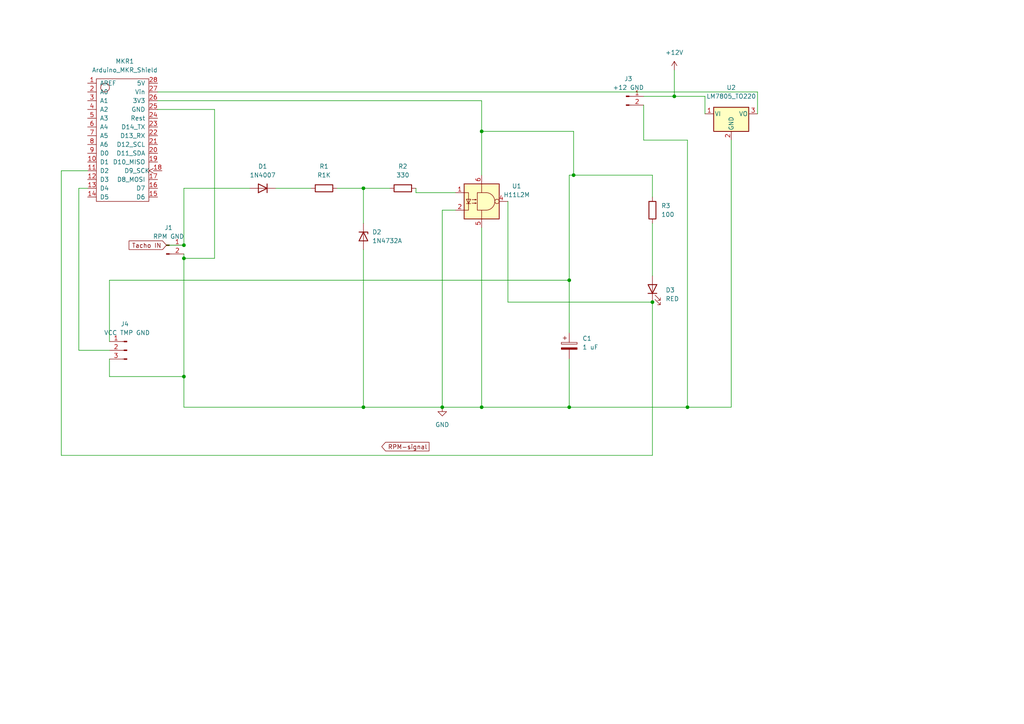
<source format=kicad_sch>
(kicad_sch (version 20211123) (generator eeschema)

  (uuid 9538e4ed-27e6-4c37-b989-9859dc0d49e8)

  (paper "A4")

  (lib_symbols
    (symbol "Arduino:Arduino_MKR_Shield" (pin_names (offset 1.016)) (in_bom yes) (on_board yes)
      (property "Reference" "MKR" (id 0) (at 5.08 0 0)
        (effects (font (size 1.27 1.27)))
      )
      (property "Value" "Arduino_MKR_Shield" (id 1) (at -7.62 0 0)
        (effects (font (size 1.27 1.27)))
      )
      (property "Footprint" "" (id 2) (at 0 0 0)
        (effects (font (size 1.27 1.27)) hide)
      )
      (property "Datasheet" "" (id 3) (at 0 0 0)
        (effects (font (size 1.27 1.27)) hide)
      )
      (symbol "Arduino_MKR_Shield_0_1"
        (rectangle (start -12.7 -2.54) (end 2.54 -38.1)
          (stroke (width 0) (type default) (color 0 0 0 0))
          (fill (type none))
        )
        (circle (center -10.16 -5.08) (radius 1.27)
          (stroke (width 0) (type default) (color 0 0 0 0))
          (fill (type none))
        )
      )
      (symbol "Arduino_MKR_Shield_1_1"
        (pin input line (at -15.24 -3.81 0) (length 2.54)
          (name "AREF" (effects (font (size 1.27 1.27))))
          (number "1" (effects (font (size 1.27 1.27))))
        )
        (pin bidirectional line (at -15.24 -26.67 0) (length 2.54)
          (name "D1" (effects (font (size 1.27 1.27))))
          (number "10" (effects (font (size 1.27 1.27))))
        )
        (pin bidirectional line (at -15.24 -29.21 0) (length 2.54)
          (name "D2" (effects (font (size 1.27 1.27))))
          (number "11" (effects (font (size 1.27 1.27))))
        )
        (pin bidirectional line (at -15.24 -31.75 0) (length 2.54)
          (name "D3" (effects (font (size 1.27 1.27))))
          (number "12" (effects (font (size 1.27 1.27))))
        )
        (pin bidirectional line (at -15.24 -34.29 0) (length 2.54)
          (name "D4" (effects (font (size 1.27 1.27))))
          (number "13" (effects (font (size 1.27 1.27))))
        )
        (pin bidirectional line (at -15.24 -36.83 0) (length 2.54)
          (name "D5" (effects (font (size 1.27 1.27))))
          (number "14" (effects (font (size 1.27 1.27))))
        )
        (pin bidirectional line (at 5.08 -36.83 180) (length 2.54)
          (name "D6" (effects (font (size 1.27 1.27))))
          (number "15" (effects (font (size 1.27 1.27))))
        )
        (pin bidirectional line (at 5.08 -34.29 180) (length 2.54)
          (name "D7" (effects (font (size 1.27 1.27))))
          (number "16" (effects (font (size 1.27 1.27))))
        )
        (pin bidirectional line (at 5.08 -31.75 180) (length 2.54)
          (name "D8_MOSI" (effects (font (size 1.27 1.27))))
          (number "17" (effects (font (size 1.27 1.27))))
        )
        (pin output clock (at 6.35 -29.21 180) (length 2.54)
          (name "D9_SCK" (effects (font (size 1.27 1.27))))
          (number "18" (effects (font (size 1.27 1.27))))
        )
        (pin bidirectional line (at 5.08 -26.67 180) (length 2.54)
          (name "D10_MISO" (effects (font (size 1.27 1.27))))
          (number "19" (effects (font (size 1.27 1.27))))
        )
        (pin input line (at -15.24 -6.35 0) (length 2.54)
          (name "A0" (effects (font (size 1.27 1.27))))
          (number "2" (effects (font (size 1.27 1.27))))
        )
        (pin bidirectional line (at 5.08 -24.13 180) (length 2.54)
          (name "D11_SDA" (effects (font (size 1.27 1.27))))
          (number "20" (effects (font (size 1.27 1.27))))
        )
        (pin bidirectional line (at 5.08 -21.59 180) (length 2.54)
          (name "D12_SCL" (effects (font (size 1.27 1.27))))
          (number "21" (effects (font (size 1.27 1.27))))
        )
        (pin bidirectional line (at 5.08 -19.05 180) (length 2.54)
          (name "D13_RX" (effects (font (size 1.27 1.27))))
          (number "22" (effects (font (size 1.27 1.27))))
        )
        (pin bidirectional line (at 5.08 -16.51 180) (length 2.54)
          (name "D14_TX" (effects (font (size 1.27 1.27))))
          (number "23" (effects (font (size 1.27 1.27))))
        )
        (pin input line (at 5.08 -13.97 180) (length 2.54)
          (name "Rest" (effects (font (size 1.27 1.27))))
          (number "24" (effects (font (size 1.27 1.27))))
        )
        (pin bidirectional line (at 5.08 -11.43 180) (length 2.54)
          (name "GND" (effects (font (size 1.27 1.27))))
          (number "25" (effects (font (size 1.27 1.27))))
        )
        (pin power_out line (at 5.08 -8.89 180) (length 2.54)
          (name "3V3" (effects (font (size 1.27 1.27))))
          (number "26" (effects (font (size 1.27 1.27))))
        )
        (pin power_in line (at 5.08 -6.35 180) (length 2.54)
          (name "Vin" (effects (font (size 1.27 1.27))))
          (number "27" (effects (font (size 1.27 1.27))))
        )
        (pin power_out line (at 5.08 -3.81 180) (length 2.54)
          (name "5V" (effects (font (size 1.27 1.27))))
          (number "28" (effects (font (size 1.27 1.27))))
        )
        (pin input line (at -15.24 -8.89 0) (length 2.54)
          (name "A1" (effects (font (size 1.27 1.27))))
          (number "3" (effects (font (size 1.27 1.27))))
        )
        (pin input line (at -15.24 -11.43 0) (length 2.54)
          (name "A2" (effects (font (size 1.27 1.27))))
          (number "4" (effects (font (size 1.27 1.27))))
        )
        (pin input line (at -15.24 -13.97 0) (length 2.54)
          (name "A3" (effects (font (size 1.27 1.27))))
          (number "5" (effects (font (size 1.27 1.27))))
        )
        (pin input line (at -15.24 -16.51 0) (length 2.54)
          (name "A4" (effects (font (size 1.27 1.27))))
          (number "6" (effects (font (size 1.27 1.27))))
        )
        (pin input line (at -15.24 -19.05 0) (length 2.54)
          (name "A5" (effects (font (size 1.27 1.27))))
          (number "7" (effects (font (size 1.27 1.27))))
        )
        (pin input line (at -15.24 -21.59 0) (length 2.54)
          (name "A6" (effects (font (size 1.27 1.27))))
          (number "8" (effects (font (size 1.27 1.27))))
        )
        (pin bidirectional line (at -15.24 -24.13 0) (length 2.54)
          (name "D0" (effects (font (size 1.27 1.27))))
          (number "9" (effects (font (size 1.27 1.27))))
        )
      )
    )
    (symbol "Connector:Conn_01x02_Male" (pin_names (offset 1.016) hide) (in_bom yes) (on_board yes)
      (property "Reference" "J" (id 0) (at 0 2.54 0)
        (effects (font (size 1.27 1.27)))
      )
      (property "Value" "Conn_01x02_Male" (id 1) (at 0 -5.08 0)
        (effects (font (size 1.27 1.27)))
      )
      (property "Footprint" "" (id 2) (at 0 0 0)
        (effects (font (size 1.27 1.27)) hide)
      )
      (property "Datasheet" "~" (id 3) (at 0 0 0)
        (effects (font (size 1.27 1.27)) hide)
      )
      (property "ki_keywords" "connector" (id 4) (at 0 0 0)
        (effects (font (size 1.27 1.27)) hide)
      )
      (property "ki_description" "Generic connector, single row, 01x02, script generated (kicad-library-utils/schlib/autogen/connector/)" (id 5) (at 0 0 0)
        (effects (font (size 1.27 1.27)) hide)
      )
      (property "ki_fp_filters" "Connector*:*_1x??_*" (id 6) (at 0 0 0)
        (effects (font (size 1.27 1.27)) hide)
      )
      (symbol "Conn_01x02_Male_1_1"
        (polyline
          (pts
            (xy 1.27 -2.54)
            (xy 0.8636 -2.54)
          )
          (stroke (width 0.1524) (type default) (color 0 0 0 0))
          (fill (type none))
        )
        (polyline
          (pts
            (xy 1.27 0)
            (xy 0.8636 0)
          )
          (stroke (width 0.1524) (type default) (color 0 0 0 0))
          (fill (type none))
        )
        (rectangle (start 0.8636 -2.413) (end 0 -2.667)
          (stroke (width 0.1524) (type default) (color 0 0 0 0))
          (fill (type outline))
        )
        (rectangle (start 0.8636 0.127) (end 0 -0.127)
          (stroke (width 0.1524) (type default) (color 0 0 0 0))
          (fill (type outline))
        )
        (pin passive line (at 5.08 0 180) (length 3.81)
          (name "Pin_1" (effects (font (size 1.27 1.27))))
          (number "1" (effects (font (size 1.27 1.27))))
        )
        (pin passive line (at 5.08 -2.54 180) (length 3.81)
          (name "Pin_2" (effects (font (size 1.27 1.27))))
          (number "2" (effects (font (size 1.27 1.27))))
        )
      )
    )
    (symbol "Connector:Conn_01x03_Male" (pin_names (offset 1.016) hide) (in_bom yes) (on_board yes)
      (property "Reference" "J" (id 0) (at 0 5.08 0)
        (effects (font (size 1.27 1.27)))
      )
      (property "Value" "Conn_01x03_Male" (id 1) (at 0 -5.08 0)
        (effects (font (size 1.27 1.27)))
      )
      (property "Footprint" "" (id 2) (at 0 0 0)
        (effects (font (size 1.27 1.27)) hide)
      )
      (property "Datasheet" "~" (id 3) (at 0 0 0)
        (effects (font (size 1.27 1.27)) hide)
      )
      (property "ki_keywords" "connector" (id 4) (at 0 0 0)
        (effects (font (size 1.27 1.27)) hide)
      )
      (property "ki_description" "Generic connector, single row, 01x03, script generated (kicad-library-utils/schlib/autogen/connector/)" (id 5) (at 0 0 0)
        (effects (font (size 1.27 1.27)) hide)
      )
      (property "ki_fp_filters" "Connector*:*_1x??_*" (id 6) (at 0 0 0)
        (effects (font (size 1.27 1.27)) hide)
      )
      (symbol "Conn_01x03_Male_1_1"
        (polyline
          (pts
            (xy 1.27 -2.54)
            (xy 0.8636 -2.54)
          )
          (stroke (width 0.1524) (type default) (color 0 0 0 0))
          (fill (type none))
        )
        (polyline
          (pts
            (xy 1.27 0)
            (xy 0.8636 0)
          )
          (stroke (width 0.1524) (type default) (color 0 0 0 0))
          (fill (type none))
        )
        (polyline
          (pts
            (xy 1.27 2.54)
            (xy 0.8636 2.54)
          )
          (stroke (width 0.1524) (type default) (color 0 0 0 0))
          (fill (type none))
        )
        (rectangle (start 0.8636 -2.413) (end 0 -2.667)
          (stroke (width 0.1524) (type default) (color 0 0 0 0))
          (fill (type outline))
        )
        (rectangle (start 0.8636 0.127) (end 0 -0.127)
          (stroke (width 0.1524) (type default) (color 0 0 0 0))
          (fill (type outline))
        )
        (rectangle (start 0.8636 2.667) (end 0 2.413)
          (stroke (width 0.1524) (type default) (color 0 0 0 0))
          (fill (type outline))
        )
        (pin passive line (at 5.08 2.54 180) (length 3.81)
          (name "Pin_1" (effects (font (size 1.27 1.27))))
          (number "1" (effects (font (size 1.27 1.27))))
        )
        (pin passive line (at 5.08 0 180) (length 3.81)
          (name "Pin_2" (effects (font (size 1.27 1.27))))
          (number "2" (effects (font (size 1.27 1.27))))
        )
        (pin passive line (at 5.08 -2.54 180) (length 3.81)
          (name "Pin_3" (effects (font (size 1.27 1.27))))
          (number "3" (effects (font (size 1.27 1.27))))
        )
      )
    )
    (symbol "Device:C_Polarized" (pin_numbers hide) (pin_names (offset 0.254)) (in_bom yes) (on_board yes)
      (property "Reference" "C" (id 0) (at 0.635 2.54 0)
        (effects (font (size 1.27 1.27)) (justify left))
      )
      (property "Value" "C_Polarized" (id 1) (at 0.635 -2.54 0)
        (effects (font (size 1.27 1.27)) (justify left))
      )
      (property "Footprint" "" (id 2) (at 0.9652 -3.81 0)
        (effects (font (size 1.27 1.27)) hide)
      )
      (property "Datasheet" "~" (id 3) (at 0 0 0)
        (effects (font (size 1.27 1.27)) hide)
      )
      (property "ki_keywords" "cap capacitor" (id 4) (at 0 0 0)
        (effects (font (size 1.27 1.27)) hide)
      )
      (property "ki_description" "Polarized capacitor" (id 5) (at 0 0 0)
        (effects (font (size 1.27 1.27)) hide)
      )
      (property "ki_fp_filters" "CP_*" (id 6) (at 0 0 0)
        (effects (font (size 1.27 1.27)) hide)
      )
      (symbol "C_Polarized_0_1"
        (rectangle (start -2.286 0.508) (end 2.286 1.016)
          (stroke (width 0) (type default) (color 0 0 0 0))
          (fill (type none))
        )
        (polyline
          (pts
            (xy -1.778 2.286)
            (xy -0.762 2.286)
          )
          (stroke (width 0) (type default) (color 0 0 0 0))
          (fill (type none))
        )
        (polyline
          (pts
            (xy -1.27 2.794)
            (xy -1.27 1.778)
          )
          (stroke (width 0) (type default) (color 0 0 0 0))
          (fill (type none))
        )
        (rectangle (start 2.286 -0.508) (end -2.286 -1.016)
          (stroke (width 0) (type default) (color 0 0 0 0))
          (fill (type outline))
        )
      )
      (symbol "C_Polarized_1_1"
        (pin passive line (at 0 3.81 270) (length 2.794)
          (name "~" (effects (font (size 1.27 1.27))))
          (number "1" (effects (font (size 1.27 1.27))))
        )
        (pin passive line (at 0 -3.81 90) (length 2.794)
          (name "~" (effects (font (size 1.27 1.27))))
          (number "2" (effects (font (size 1.27 1.27))))
        )
      )
    )
    (symbol "Device:LED" (pin_numbers hide) (pin_names (offset 1.016) hide) (in_bom yes) (on_board yes)
      (property "Reference" "D" (id 0) (at 0 2.54 0)
        (effects (font (size 1.27 1.27)))
      )
      (property "Value" "LED" (id 1) (at 0 -2.54 0)
        (effects (font (size 1.27 1.27)))
      )
      (property "Footprint" "" (id 2) (at 0 0 0)
        (effects (font (size 1.27 1.27)) hide)
      )
      (property "Datasheet" "~" (id 3) (at 0 0 0)
        (effects (font (size 1.27 1.27)) hide)
      )
      (property "ki_keywords" "LED diode" (id 4) (at 0 0 0)
        (effects (font (size 1.27 1.27)) hide)
      )
      (property "ki_description" "Light emitting diode" (id 5) (at 0 0 0)
        (effects (font (size 1.27 1.27)) hide)
      )
      (property "ki_fp_filters" "LED* LED_SMD:* LED_THT:*" (id 6) (at 0 0 0)
        (effects (font (size 1.27 1.27)) hide)
      )
      (symbol "LED_0_1"
        (polyline
          (pts
            (xy -1.27 -1.27)
            (xy -1.27 1.27)
          )
          (stroke (width 0.254) (type default) (color 0 0 0 0))
          (fill (type none))
        )
        (polyline
          (pts
            (xy -1.27 0)
            (xy 1.27 0)
          )
          (stroke (width 0) (type default) (color 0 0 0 0))
          (fill (type none))
        )
        (polyline
          (pts
            (xy 1.27 -1.27)
            (xy 1.27 1.27)
            (xy -1.27 0)
            (xy 1.27 -1.27)
          )
          (stroke (width 0.254) (type default) (color 0 0 0 0))
          (fill (type none))
        )
        (polyline
          (pts
            (xy -3.048 -0.762)
            (xy -4.572 -2.286)
            (xy -3.81 -2.286)
            (xy -4.572 -2.286)
            (xy -4.572 -1.524)
          )
          (stroke (width 0) (type default) (color 0 0 0 0))
          (fill (type none))
        )
        (polyline
          (pts
            (xy -1.778 -0.762)
            (xy -3.302 -2.286)
            (xy -2.54 -2.286)
            (xy -3.302 -2.286)
            (xy -3.302 -1.524)
          )
          (stroke (width 0) (type default) (color 0 0 0 0))
          (fill (type none))
        )
      )
      (symbol "LED_1_1"
        (pin passive line (at -3.81 0 0) (length 2.54)
          (name "K" (effects (font (size 1.27 1.27))))
          (number "1" (effects (font (size 1.27 1.27))))
        )
        (pin passive line (at 3.81 0 180) (length 2.54)
          (name "A" (effects (font (size 1.27 1.27))))
          (number "2" (effects (font (size 1.27 1.27))))
        )
      )
    )
    (symbol "Device:R" (pin_numbers hide) (pin_names (offset 0)) (in_bom yes) (on_board yes)
      (property "Reference" "R" (id 0) (at 2.032 0 90)
        (effects (font (size 1.27 1.27)))
      )
      (property "Value" "R" (id 1) (at 0 0 90)
        (effects (font (size 1.27 1.27)))
      )
      (property "Footprint" "" (id 2) (at -1.778 0 90)
        (effects (font (size 1.27 1.27)) hide)
      )
      (property "Datasheet" "~" (id 3) (at 0 0 0)
        (effects (font (size 1.27 1.27)) hide)
      )
      (property "ki_keywords" "R res resistor" (id 4) (at 0 0 0)
        (effects (font (size 1.27 1.27)) hide)
      )
      (property "ki_description" "Resistor" (id 5) (at 0 0 0)
        (effects (font (size 1.27 1.27)) hide)
      )
      (property "ki_fp_filters" "R_*" (id 6) (at 0 0 0)
        (effects (font (size 1.27 1.27)) hide)
      )
      (symbol "R_0_1"
        (rectangle (start -1.016 -2.54) (end 1.016 2.54)
          (stroke (width 0.254) (type default) (color 0 0 0 0))
          (fill (type none))
        )
      )
      (symbol "R_1_1"
        (pin passive line (at 0 3.81 270) (length 1.27)
          (name "~" (effects (font (size 1.27 1.27))))
          (number "1" (effects (font (size 1.27 1.27))))
        )
        (pin passive line (at 0 -3.81 90) (length 1.27)
          (name "~" (effects (font (size 1.27 1.27))))
          (number "2" (effects (font (size 1.27 1.27))))
        )
      )
    )
    (symbol "Diode:1N4007" (pin_numbers hide) (pin_names (offset 1.016) hide) (in_bom yes) (on_board yes)
      (property "Reference" "D" (id 0) (at 0 2.54 0)
        (effects (font (size 1.27 1.27)))
      )
      (property "Value" "1N4007" (id 1) (at 0 -2.54 0)
        (effects (font (size 1.27 1.27)))
      )
      (property "Footprint" "Diode_THT:D_DO-41_SOD81_P10.16mm_Horizontal" (id 2) (at 0 -4.445 0)
        (effects (font (size 1.27 1.27)) hide)
      )
      (property "Datasheet" "http://www.vishay.com/docs/88503/1n4001.pdf" (id 3) (at 0 0 0)
        (effects (font (size 1.27 1.27)) hide)
      )
      (property "ki_keywords" "diode" (id 4) (at 0 0 0)
        (effects (font (size 1.27 1.27)) hide)
      )
      (property "ki_description" "1000V 1A General Purpose Rectifier Diode, DO-41" (id 5) (at 0 0 0)
        (effects (font (size 1.27 1.27)) hide)
      )
      (property "ki_fp_filters" "D*DO?41*" (id 6) (at 0 0 0)
        (effects (font (size 1.27 1.27)) hide)
      )
      (symbol "1N4007_0_1"
        (polyline
          (pts
            (xy -1.27 1.27)
            (xy -1.27 -1.27)
          )
          (stroke (width 0.254) (type default) (color 0 0 0 0))
          (fill (type none))
        )
        (polyline
          (pts
            (xy 1.27 0)
            (xy -1.27 0)
          )
          (stroke (width 0) (type default) (color 0 0 0 0))
          (fill (type none))
        )
        (polyline
          (pts
            (xy 1.27 1.27)
            (xy 1.27 -1.27)
            (xy -1.27 0)
            (xy 1.27 1.27)
          )
          (stroke (width 0.254) (type default) (color 0 0 0 0))
          (fill (type none))
        )
      )
      (symbol "1N4007_1_1"
        (pin passive line (at -3.81 0 0) (length 2.54)
          (name "K" (effects (font (size 1.27 1.27))))
          (number "1" (effects (font (size 1.27 1.27))))
        )
        (pin passive line (at 3.81 0 180) (length 2.54)
          (name "A" (effects (font (size 1.27 1.27))))
          (number "2" (effects (font (size 1.27 1.27))))
        )
      )
    )
    (symbol "Diode:1N47xxA" (pin_numbers hide) (pin_names (offset 1.016) hide) (in_bom yes) (on_board yes)
      (property "Reference" "D" (id 0) (at 0 2.54 0)
        (effects (font (size 1.27 1.27)))
      )
      (property "Value" "1N47xxA" (id 1) (at 0 -2.54 0)
        (effects (font (size 1.27 1.27)))
      )
      (property "Footprint" "Diode_THT:D_DO-41_SOD81_P10.16mm_Horizontal" (id 2) (at 0 -4.445 0)
        (effects (font (size 1.27 1.27)) hide)
      )
      (property "Datasheet" "https://www.vishay.com/docs/85816/1n4728a.pdf" (id 3) (at 0 0 0)
        (effects (font (size 1.27 1.27)) hide)
      )
      (property "ki_keywords" "zener diode" (id 4) (at 0 0 0)
        (effects (font (size 1.27 1.27)) hide)
      )
      (property "ki_description" "1300mW Silicon planar power Zener diodes, DO-41" (id 5) (at 0 0 0)
        (effects (font (size 1.27 1.27)) hide)
      )
      (property "ki_fp_filters" "D*DO?41*" (id 6) (at 0 0 0)
        (effects (font (size 1.27 1.27)) hide)
      )
      (symbol "1N47xxA_0_1"
        (polyline
          (pts
            (xy 1.27 0)
            (xy -1.27 0)
          )
          (stroke (width 0) (type default) (color 0 0 0 0))
          (fill (type none))
        )
        (polyline
          (pts
            (xy -1.27 -1.27)
            (xy -1.27 1.27)
            (xy -0.762 1.27)
          )
          (stroke (width 0.254) (type default) (color 0 0 0 0))
          (fill (type none))
        )
        (polyline
          (pts
            (xy 1.27 -1.27)
            (xy 1.27 1.27)
            (xy -1.27 0)
            (xy 1.27 -1.27)
          )
          (stroke (width 0.254) (type default) (color 0 0 0 0))
          (fill (type none))
        )
      )
      (symbol "1N47xxA_1_1"
        (pin passive line (at -3.81 0 0) (length 2.54)
          (name "K" (effects (font (size 1.27 1.27))))
          (number "1" (effects (font (size 1.27 1.27))))
        )
        (pin passive line (at 3.81 0 180) (length 2.54)
          (name "A" (effects (font (size 1.27 1.27))))
          (number "2" (effects (font (size 1.27 1.27))))
        )
      )
    )
    (symbol "Isolator:H11L1" (pin_names (offset 1.016)) (in_bom yes) (on_board yes)
      (property "Reference" "U" (id 0) (at 1.27 8.89 0)
        (effects (font (size 1.27 1.27)) (justify left))
      )
      (property "Value" "H11L1" (id 1) (at 1.27 6.35 0)
        (effects (font (size 1.27 1.27)) (justify left))
      )
      (property "Footprint" "" (id 2) (at -2.286 0 0)
        (effects (font (size 1.27 1.27)) hide)
      )
      (property "Datasheet" "https://www.onsemi.com/pub/Collateral/H11L3M-D.PDF" (id 3) (at -2.286 0 0)
        (effects (font (size 1.27 1.27)) hide)
      )
      (property "ki_keywords" "High Speed Schmitt Optocoupler" (id 4) (at 0 0 0)
        (effects (font (size 1.27 1.27)) hide)
      )
      (property "ki_description" "Schmitt Trigger Output Optocoupler, High Speed, DIP-6, 1.6mA turn on threshold" (id 5) (at 0 0 0)
        (effects (font (size 1.27 1.27)) hide)
      )
      (property "ki_fp_filters" "DIP*W7.62mm* DIP*W10.16mm* SMDIP*W9.53mm*" (id 6) (at 0 0 0)
        (effects (font (size 1.27 1.27)) hide)
      )
      (symbol "H11L1_0_1"
        (rectangle (start -5.08 5.08) (end 5.08 -5.08)
          (stroke (width 0.254) (type default) (color 0 0 0 0))
          (fill (type background))
        )
        (polyline
          (pts
            (xy -4.445 -0.635)
            (xy -3.175 -0.635)
          )
          (stroke (width 0) (type default) (color 0 0 0 0))
          (fill (type none))
        )
        (polyline
          (pts
            (xy 0 2.54)
            (xy 0 5.08)
          )
          (stroke (width 0) (type default) (color 0 0 0 0))
          (fill (type none))
        )
        (polyline
          (pts
            (xy 0 -2.54)
            (xy 0 -5.08)
            (xy 0 -3.81)
          )
          (stroke (width 0) (type default) (color 0 0 0 0))
          (fill (type none))
        )
        (polyline
          (pts
            (xy -5.08 -2.54)
            (xy -3.81 -2.54)
            (xy -3.81 2.54)
            (xy -5.08 2.54)
          )
          (stroke (width 0) (type default) (color 0 0 0 0))
          (fill (type none))
        )
        (polyline
          (pts
            (xy -3.81 -0.635)
            (xy -4.445 0.635)
            (xy -3.175 0.635)
            (xy -3.81 -0.635)
          )
          (stroke (width 0) (type default) (color 0 0 0 0))
          (fill (type none))
        )
        (polyline
          (pts
            (xy 1.27 -2.54)
            (xy -1.27 -2.54)
            (xy -1.27 2.54)
            (xy 1.27 2.54)
          )
          (stroke (width 0) (type default) (color 0 0 0 0))
          (fill (type none))
        )
        (polyline
          (pts
            (xy -2.794 -0.508)
            (xy -1.524 -0.508)
            (xy -1.905 -0.635)
            (xy -1.905 -0.381)
            (xy -1.524 -0.508)
          )
          (stroke (width 0) (type default) (color 0 0 0 0))
          (fill (type none))
        )
        (polyline
          (pts
            (xy -2.794 0.508)
            (xy -1.524 0.508)
            (xy -1.905 0.381)
            (xy -1.905 0.635)
            (xy -1.524 0.508)
          )
          (stroke (width 0) (type default) (color 0 0 0 0))
          (fill (type none))
        )
        (arc (start 1.27 -2.54) (mid 3.81 0) (end 1.27 2.54)
          (stroke (width 0) (type default) (color 0 0 0 0))
          (fill (type none))
        )
      )
      (symbol "H11L1_1_1"
        (pin passive line (at -7.62 2.54 0) (length 2.54)
          (name "~" (effects (font (size 1.27 1.27))))
          (number "1" (effects (font (size 1.27 1.27))))
        )
        (pin passive line (at -7.62 -2.54 0) (length 2.54)
          (name "~" (effects (font (size 1.27 1.27))))
          (number "2" (effects (font (size 1.27 1.27))))
        )
        (pin no_connect line (at -5.08 0 0) (length 2.54) hide
          (name "~" (effects (font (size 1.27 1.27))))
          (number "3" (effects (font (size 1.27 1.27))))
        )
        (pin output inverted (at 7.62 0 180) (length 3.81)
          (name "~" (effects (font (size 1.27 1.27))))
          (number "4" (effects (font (size 1.27 1.27))))
        )
        (pin power_in line (at 0 -7.62 90) (length 2.54)
          (name "~" (effects (font (size 1.27 1.27))))
          (number "5" (effects (font (size 1.27 1.27))))
        )
        (pin power_in line (at 0 7.62 270) (length 2.54)
          (name "~" (effects (font (size 1.27 1.27))))
          (number "6" (effects (font (size 1.27 1.27))))
        )
      )
    )
    (symbol "Regulator_Linear:LM7805_TO220" (pin_names (offset 0.254)) (in_bom yes) (on_board yes)
      (property "Reference" "U" (id 0) (at -3.81 3.175 0)
        (effects (font (size 1.27 1.27)))
      )
      (property "Value" "LM7805_TO220" (id 1) (at 0 3.175 0)
        (effects (font (size 1.27 1.27)) (justify left))
      )
      (property "Footprint" "Package_TO_SOT_THT:TO-220-3_Vertical" (id 2) (at 0 5.715 0)
        (effects (font (size 1.27 1.27) italic) hide)
      )
      (property "Datasheet" "https://www.onsemi.cn/PowerSolutions/document/MC7800-D.PDF" (id 3) (at 0 -1.27 0)
        (effects (font (size 1.27 1.27)) hide)
      )
      (property "ki_keywords" "Voltage Regulator 1A Positive" (id 4) (at 0 0 0)
        (effects (font (size 1.27 1.27)) hide)
      )
      (property "ki_description" "Positive 1A 35V Linear Regulator, Fixed Output 5V, TO-220" (id 5) (at 0 0 0)
        (effects (font (size 1.27 1.27)) hide)
      )
      (property "ki_fp_filters" "TO?220*" (id 6) (at 0 0 0)
        (effects (font (size 1.27 1.27)) hide)
      )
      (symbol "LM7805_TO220_0_1"
        (rectangle (start -5.08 1.905) (end 5.08 -5.08)
          (stroke (width 0.254) (type default) (color 0 0 0 0))
          (fill (type background))
        )
      )
      (symbol "LM7805_TO220_1_1"
        (pin power_in line (at -7.62 0 0) (length 2.54)
          (name "VI" (effects (font (size 1.27 1.27))))
          (number "1" (effects (font (size 1.27 1.27))))
        )
        (pin power_in line (at 0 -7.62 90) (length 2.54)
          (name "GND" (effects (font (size 1.27 1.27))))
          (number "2" (effects (font (size 1.27 1.27))))
        )
        (pin power_out line (at 7.62 0 180) (length 2.54)
          (name "VO" (effects (font (size 1.27 1.27))))
          (number "3" (effects (font (size 1.27 1.27))))
        )
      )
    )
    (symbol "power:+12V" (power) (pin_names (offset 0)) (in_bom yes) (on_board yes)
      (property "Reference" "#PWR" (id 0) (at 0 -3.81 0)
        (effects (font (size 1.27 1.27)) hide)
      )
      (property "Value" "+12V" (id 1) (at 0 3.556 0)
        (effects (font (size 1.27 1.27)))
      )
      (property "Footprint" "" (id 2) (at 0 0 0)
        (effects (font (size 1.27 1.27)) hide)
      )
      (property "Datasheet" "" (id 3) (at 0 0 0)
        (effects (font (size 1.27 1.27)) hide)
      )
      (property "ki_keywords" "power-flag" (id 4) (at 0 0 0)
        (effects (font (size 1.27 1.27)) hide)
      )
      (property "ki_description" "Power symbol creates a global label with name \"+12V\"" (id 5) (at 0 0 0)
        (effects (font (size 1.27 1.27)) hide)
      )
      (symbol "+12V_0_1"
        (polyline
          (pts
            (xy -0.762 1.27)
            (xy 0 2.54)
          )
          (stroke (width 0) (type default) (color 0 0 0 0))
          (fill (type none))
        )
        (polyline
          (pts
            (xy 0 0)
            (xy 0 2.54)
          )
          (stroke (width 0) (type default) (color 0 0 0 0))
          (fill (type none))
        )
        (polyline
          (pts
            (xy 0 2.54)
            (xy 0.762 1.27)
          )
          (stroke (width 0) (type default) (color 0 0 0 0))
          (fill (type none))
        )
      )
      (symbol "+12V_1_1"
        (pin power_in line (at 0 0 90) (length 0) hide
          (name "+12V" (effects (font (size 1.27 1.27))))
          (number "1" (effects (font (size 1.27 1.27))))
        )
      )
    )
    (symbol "power:GND" (power) (pin_names (offset 0)) (in_bom yes) (on_board yes)
      (property "Reference" "#PWR" (id 0) (at 0 -6.35 0)
        (effects (font (size 1.27 1.27)) hide)
      )
      (property "Value" "GND" (id 1) (at 0 -3.81 0)
        (effects (font (size 1.27 1.27)))
      )
      (property "Footprint" "" (id 2) (at 0 0 0)
        (effects (font (size 1.27 1.27)) hide)
      )
      (property "Datasheet" "" (id 3) (at 0 0 0)
        (effects (font (size 1.27 1.27)) hide)
      )
      (property "ki_keywords" "power-flag" (id 4) (at 0 0 0)
        (effects (font (size 1.27 1.27)) hide)
      )
      (property "ki_description" "Power symbol creates a global label with name \"GND\" , ground" (id 5) (at 0 0 0)
        (effects (font (size 1.27 1.27)) hide)
      )
      (symbol "GND_0_1"
        (polyline
          (pts
            (xy 0 0)
            (xy 0 -1.27)
            (xy 1.27 -1.27)
            (xy 0 -2.54)
            (xy -1.27 -1.27)
            (xy 0 -1.27)
          )
          (stroke (width 0) (type default) (color 0 0 0 0))
          (fill (type none))
        )
      )
      (symbol "GND_1_1"
        (pin power_in line (at 0 0 270) (length 0) hide
          (name "GND" (effects (font (size 1.27 1.27))))
          (number "1" (effects (font (size 1.27 1.27))))
        )
      )
    )
  )

  (junction (at 195.58 27.94) (diameter 0) (color 0 0 0 0)
    (uuid 06fceaf3-eb9f-4176-801e-db8c81f07162)
  )
  (junction (at 105.41 118.11) (diameter 0) (color 0 0 0 0)
    (uuid 0ccc2941-f2a4-4115-ba7e-1df1dc1e3f43)
  )
  (junction (at 166.37 50.8) (diameter 0) (color 0 0 0 0)
    (uuid 14995899-8f88-4545-846f-4e2162e64369)
  )
  (junction (at 165.1 118.11) (diameter 0) (color 0 0 0 0)
    (uuid 1e21be05-cc85-4ef7-a9aa-fc4fb21b30f3)
  )
  (junction (at 139.7 118.11) (diameter 0) (color 0 0 0 0)
    (uuid 27fa6b28-2749-4951-8431-a85c04f7dccf)
  )
  (junction (at 53.34 71.12) (diameter 0) (color 0 0 0 0)
    (uuid 5cce6530-5e86-4285-b189-1bd6fc00d67d)
  )
  (junction (at 53.34 109.22) (diameter 0) (color 0 0 0 0)
    (uuid 6b20b3c3-f89e-42dc-9475-7b682bfcdc3e)
  )
  (junction (at 189.23 87.63) (diameter 0) (color 0 0 0 0)
    (uuid 853f940b-645f-4816-bcca-f8fba08296dd)
  )
  (junction (at 53.34 74.93) (diameter 0) (color 0 0 0 0)
    (uuid 97f88a9f-9104-4ac4-8b7d-d0327c6684ee)
  )
  (junction (at 199.39 118.11) (diameter 0) (color 0 0 0 0)
    (uuid b8b37760-2545-4589-809c-089fc64c9512)
  )
  (junction (at 105.41 54.61) (diameter 0) (color 0 0 0 0)
    (uuid d12bb07c-600a-405a-aac6-9c1e0719c727)
  )
  (junction (at 165.1 81.28) (diameter 0) (color 0 0 0 0)
    (uuid db9aa770-e203-43f8-a142-9c22ebcb4243)
  )
  (junction (at 128.27 118.11) (diameter 0) (color 0 0 0 0)
    (uuid e228ab87-e311-4ea1-a0c4-ea112566389d)
  )
  (junction (at 139.7 38.1) (diameter 0) (color 0 0 0 0)
    (uuid f5c7f770-7bd5-47c0-964b-a49b2e47cc62)
  )

  (wire (pts (xy 186.69 27.94) (xy 195.58 27.94))
    (stroke (width 0) (type default) (color 0 0 0 0))
    (uuid 016aa708-dbfd-41de-984e-738fdee174c1)
  )
  (wire (pts (xy 53.34 54.61) (xy 72.39 54.61))
    (stroke (width 0) (type default) (color 0 0 0 0))
    (uuid 0909c65a-564a-4b13-9e2a-413667f3cc30)
  )
  (wire (pts (xy 139.7 29.21) (xy 139.7 38.1))
    (stroke (width 0) (type default) (color 0 0 0 0))
    (uuid 16b40892-b536-48fc-88ad-02c368895f94)
  )
  (wire (pts (xy 25.4 54.61) (xy 22.86 54.61))
    (stroke (width 0) (type default) (color 0 0 0 0))
    (uuid 194fc133-31de-4ddb-b8d5-3719de51bfcc)
  )
  (wire (pts (xy 186.69 40.64) (xy 186.69 30.48))
    (stroke (width 0) (type default) (color 0 0 0 0))
    (uuid 195ad3ae-e1f1-47f7-a3d7-e1af72824400)
  )
  (wire (pts (xy 31.75 109.22) (xy 53.34 109.22))
    (stroke (width 0) (type default) (color 0 0 0 0))
    (uuid 206f0f95-3883-47cb-acf7-be2fcaf4548c)
  )
  (wire (pts (xy 199.39 40.64) (xy 199.39 118.11))
    (stroke (width 0) (type default) (color 0 0 0 0))
    (uuid 212d9f09-355f-4b64-b79f-4cbf4e98f776)
  )
  (wire (pts (xy 212.09 118.11) (xy 199.39 118.11))
    (stroke (width 0) (type default) (color 0 0 0 0))
    (uuid 27afd42a-0715-42ea-9d0b-6c245bfeae42)
  )
  (wire (pts (xy 219.71 33.02) (xy 219.71 26.67))
    (stroke (width 0) (type default) (color 0 0 0 0))
    (uuid 318b777c-8e33-473f-a78b-623d9ae5d4dd)
  )
  (wire (pts (xy 31.75 104.14) (xy 31.75 109.22))
    (stroke (width 0) (type default) (color 0 0 0 0))
    (uuid 324f71f9-dbef-4a45-b370-9fd6d2b03047)
  )
  (wire (pts (xy 120.65 55.88) (xy 120.65 54.61))
    (stroke (width 0) (type default) (color 0 0 0 0))
    (uuid 32c5d5f3-0c0f-40b4-a908-6234ed6f8352)
  )
  (wire (pts (xy 199.39 40.64) (xy 186.69 40.64))
    (stroke (width 0) (type default) (color 0 0 0 0))
    (uuid 35805c8e-d5e9-4caa-b585-f20651f118fe)
  )
  (wire (pts (xy 105.41 54.61) (xy 113.03 54.61))
    (stroke (width 0) (type default) (color 0 0 0 0))
    (uuid 3c554afd-dbe4-41a5-8080-41bb227dc5f1)
  )
  (wire (pts (xy 166.37 50.8) (xy 189.23 50.8))
    (stroke (width 0) (type default) (color 0 0 0 0))
    (uuid 3ca626cb-d440-4710-9ac6-c9302d679d9e)
  )
  (wire (pts (xy 219.71 26.67) (xy 45.72 26.67))
    (stroke (width 0) (type default) (color 0 0 0 0))
    (uuid 42522098-8fd8-49d9-8315-d79bacdd0c6d)
  )
  (wire (pts (xy 105.41 118.11) (xy 128.27 118.11))
    (stroke (width 0) (type default) (color 0 0 0 0))
    (uuid 5af31372-a65c-4dc8-ae97-637409603b76)
  )
  (wire (pts (xy 212.09 40.64) (xy 212.09 118.11))
    (stroke (width 0) (type default) (color 0 0 0 0))
    (uuid 5c45598d-5d82-41d6-b28f-ddd21c4a1c18)
  )
  (wire (pts (xy 53.34 109.22) (xy 53.34 118.11))
    (stroke (width 0) (type default) (color 0 0 0 0))
    (uuid 63b79c76-211b-4721-8ab9-34e632562716)
  )
  (wire (pts (xy 147.32 87.63) (xy 189.23 87.63))
    (stroke (width 0) (type default) (color 0 0 0 0))
    (uuid 683ae34a-2b0f-49dc-8a25-f9036ae469bc)
  )
  (wire (pts (xy 97.79 54.61) (xy 105.41 54.61))
    (stroke (width 0) (type default) (color 0 0 0 0))
    (uuid 6a805b95-e09f-44ed-9469-2704d92fc397)
  )
  (wire (pts (xy 139.7 66.04) (xy 139.7 118.11))
    (stroke (width 0) (type default) (color 0 0 0 0))
    (uuid 6e448255-049c-4e77-80cc-657969ee49fc)
  )
  (wire (pts (xy 139.7 38.1) (xy 166.37 38.1))
    (stroke (width 0) (type default) (color 0 0 0 0))
    (uuid 75c54bef-909c-492a-8636-e45ea8effbaa)
  )
  (wire (pts (xy 80.01 54.61) (xy 90.17 54.61))
    (stroke (width 0) (type default) (color 0 0 0 0))
    (uuid 77f39f80-fca3-41b5-b469-c5926d125253)
  )
  (wire (pts (xy 204.47 27.94) (xy 204.47 33.02))
    (stroke (width 0) (type default) (color 0 0 0 0))
    (uuid 79f6f0d3-82c9-4e35-b0dc-7baa8b3763b9)
  )
  (wire (pts (xy 189.23 57.15) (xy 189.23 50.8))
    (stroke (width 0) (type default) (color 0 0 0 0))
    (uuid 7ee95d9e-31ec-4d14-8a23-5a0d62560218)
  )
  (wire (pts (xy 62.23 31.75) (xy 62.23 74.93))
    (stroke (width 0) (type default) (color 0 0 0 0))
    (uuid 7f87fb2f-a891-4f6f-b12e-a0365ff7b9e1)
  )
  (wire (pts (xy 132.08 60.96) (xy 128.27 60.96))
    (stroke (width 0) (type default) (color 0 0 0 0))
    (uuid 8119db39-7a6a-41a4-af12-492670a8d6a0)
  )
  (wire (pts (xy 195.58 20.32) (xy 195.58 27.94))
    (stroke (width 0) (type default) (color 0 0 0 0))
    (uuid 82005709-ab90-4565-8da2-9f236fd3a773)
  )
  (wire (pts (xy 139.7 50.8) (xy 139.7 38.1))
    (stroke (width 0) (type default) (color 0 0 0 0))
    (uuid 88630869-de77-4be1-b1b2-0eba7d2f60d3)
  )
  (wire (pts (xy 53.34 71.12) (xy 53.34 54.61))
    (stroke (width 0) (type default) (color 0 0 0 0))
    (uuid 8decef9e-4c0c-4a01-bce5-b995d5e436d0)
  )
  (wire (pts (xy 120.65 55.88) (xy 132.08 55.88))
    (stroke (width 0) (type default) (color 0 0 0 0))
    (uuid 904a3f29-c77b-45fc-9334-1e8d60ab1561)
  )
  (wire (pts (xy 128.27 118.11) (xy 139.7 118.11))
    (stroke (width 0) (type default) (color 0 0 0 0))
    (uuid 92dc61d4-e560-49af-9a00-fa8685873502)
  )
  (wire (pts (xy 45.72 31.75) (xy 62.23 31.75))
    (stroke (width 0) (type default) (color 0 0 0 0))
    (uuid 93ac5450-c971-4c52-9d5c-48430891a7dc)
  )
  (wire (pts (xy 147.32 58.42) (xy 147.32 87.63))
    (stroke (width 0) (type default) (color 0 0 0 0))
    (uuid 93ee886c-3a1d-4591-96ff-94465047dcfc)
  )
  (wire (pts (xy 53.34 74.93) (xy 53.34 109.22))
    (stroke (width 0) (type default) (color 0 0 0 0))
    (uuid 963c1c0a-3163-4b74-b173-ce0e6f96d50b)
  )
  (wire (pts (xy 105.41 72.39) (xy 105.41 118.11))
    (stroke (width 0) (type default) (color 0 0 0 0))
    (uuid a2fe6375-06cd-4fe1-8d5c-b28cf88905db)
  )
  (wire (pts (xy 53.34 118.11) (xy 105.41 118.11))
    (stroke (width 0) (type default) (color 0 0 0 0))
    (uuid a616ea95-c672-47d8-9e5d-6b980112b5d6)
  )
  (wire (pts (xy 17.78 132.08) (xy 189.23 132.08))
    (stroke (width 0) (type default) (color 0 0 0 0))
    (uuid a7ec45f3-0b8d-40f5-84e9-b12b3920df5d)
  )
  (wire (pts (xy 165.1 104.14) (xy 165.1 118.11))
    (stroke (width 0) (type default) (color 0 0 0 0))
    (uuid a895f2c1-4d49-4a50-8451-c9c5599a060d)
  )
  (wire (pts (xy 189.23 64.77) (xy 189.23 80.01))
    (stroke (width 0) (type default) (color 0 0 0 0))
    (uuid ae0d79bc-e039-41fe-97bc-17a30076534e)
  )
  (wire (pts (xy 48.26 71.12) (xy 53.34 71.12))
    (stroke (width 0) (type default) (color 0 0 0 0))
    (uuid aec64b09-cba4-4295-884b-09a1efa153d7)
  )
  (wire (pts (xy 62.23 74.93) (xy 53.34 74.93))
    (stroke (width 0) (type default) (color 0 0 0 0))
    (uuid af00d957-c3ba-4d8e-b1a0-731ebbe140ab)
  )
  (wire (pts (xy 195.58 27.94) (xy 204.47 27.94))
    (stroke (width 0) (type default) (color 0 0 0 0))
    (uuid b7567928-378b-4038-92fa-cc5f13331c02)
  )
  (wire (pts (xy 22.86 54.61) (xy 22.86 101.6))
    (stroke (width 0) (type default) (color 0 0 0 0))
    (uuid b9136556-e5f0-4fc6-b60b-bf9d35b79d98)
  )
  (wire (pts (xy 165.1 50.8) (xy 166.37 50.8))
    (stroke (width 0) (type default) (color 0 0 0 0))
    (uuid bba47e0f-d4ac-477a-a467-0d3feb93d937)
  )
  (wire (pts (xy 189.23 87.63) (xy 189.23 132.08))
    (stroke (width 0) (type default) (color 0 0 0 0))
    (uuid be4599c7-117b-43f3-954a-22a2a57d5bd8)
  )
  (wire (pts (xy 17.78 49.53) (xy 17.78 132.08))
    (stroke (width 0) (type default) (color 0 0 0 0))
    (uuid c1697db1-4693-4358-9b0b-02c6bc1ccae8)
  )
  (wire (pts (xy 45.72 29.21) (xy 139.7 29.21))
    (stroke (width 0) (type default) (color 0 0 0 0))
    (uuid c43d00b6-e13a-4dad-836d-e2d5d4caf85a)
  )
  (wire (pts (xy 166.37 50.8) (xy 166.37 38.1))
    (stroke (width 0) (type default) (color 0 0 0 0))
    (uuid ca57bd9b-36eb-4968-97ae-46ec1e50aece)
  )
  (wire (pts (xy 128.27 60.96) (xy 128.27 118.11))
    (stroke (width 0) (type default) (color 0 0 0 0))
    (uuid ccfe3fa4-c2c6-45e4-93be-d3e3c3b35f32)
  )
  (wire (pts (xy 25.4 49.53) (xy 17.78 49.53))
    (stroke (width 0) (type default) (color 0 0 0 0))
    (uuid cdeee825-bff0-4a3e-8d75-f098d1694f48)
  )
  (wire (pts (xy 165.1 81.28) (xy 165.1 50.8))
    (stroke (width 0) (type default) (color 0 0 0 0))
    (uuid d1b1d193-e70c-4c72-a0f3-486cef761b28)
  )
  (wire (pts (xy 53.34 73.66) (xy 53.34 74.93))
    (stroke (width 0) (type default) (color 0 0 0 0))
    (uuid d709eac9-32fa-4053-94cc-afd4a9bcee68)
  )
  (wire (pts (xy 165.1 96.52) (xy 165.1 81.28))
    (stroke (width 0) (type default) (color 0 0 0 0))
    (uuid ddb7cf32-cf9e-4a2e-9a4b-342488bc6dda)
  )
  (wire (pts (xy 31.75 81.28) (xy 165.1 81.28))
    (stroke (width 0) (type default) (color 0 0 0 0))
    (uuid e25a485b-cba4-45a6-bd9f-f0a50030a9bf)
  )
  (wire (pts (xy 22.86 101.6) (xy 31.75 101.6))
    (stroke (width 0) (type default) (color 0 0 0 0))
    (uuid e41396ef-fcb8-4f30-a0dd-0577b072e8e3)
  )
  (wire (pts (xy 199.39 118.11) (xy 165.1 118.11))
    (stroke (width 0) (type default) (color 0 0 0 0))
    (uuid ea3d809e-52ed-4775-905a-dda5182b86d3)
  )
  (wire (pts (xy 139.7 118.11) (xy 165.1 118.11))
    (stroke (width 0) (type default) (color 0 0 0 0))
    (uuid f450c7e9-a36e-48f8-bf79-dfe40736ee5d)
  )
  (wire (pts (xy 31.75 99.06) (xy 31.75 81.28))
    (stroke (width 0) (type default) (color 0 0 0 0))
    (uuid f822618c-677b-4e53-892f-f12f4c49f858)
  )
  (wire (pts (xy 105.41 54.61) (xy 105.41 64.77))
    (stroke (width 0) (type default) (color 0 0 0 0))
    (uuid fd1589b7-7eab-4c5f-a291-7f6c237de586)
  )

  (global_label "Tacho IN" (shape input) (at 48.26 71.12 180) (fields_autoplaced)
    (effects (font (size 1.27 1.27)) (justify right))
    (uuid 41d92e94-28e8-4d4c-ae87-4419c1b6da29)
    (property "Intersheet References" "${INTERSHEET_REFS}" (id 0) (at 37.4407 71.1994 0)
      (effects (font (size 1.27 1.27)) (justify right) hide)
    )
  )
  (global_label "RPM-signal" (shape output) (at 124.46 129.54 180) (fields_autoplaced)
    (effects (font (size 1.27 1.27)) (justify right))
    (uuid cc8ecfef-3e7b-4bac-b390-ad479a45c59d)
    (property "Intersheet References" "${INTERSHEET_REFS}" (id 0) (at 110.7379 129.4606 0)
      (effects (font (size 1.27 1.27)) (justify right) hide)
    )
  )

  (symbol (lib_id "Device:R") (at 116.84 54.61 90) (unit 1)
    (in_bom yes) (on_board yes) (fields_autoplaced)
    (uuid 0a3cbae7-b160-4bf5-bc29-b843867e2bbd)
    (property "Reference" "R2" (id 0) (at 116.84 48.26 90))
    (property "Value" "330" (id 1) (at 116.84 50.8 90))
    (property "Footprint" "Resistor_THT:R_Axial_DIN0207_L6.3mm_D2.5mm_P10.16mm_Horizontal" (id 2) (at 116.84 56.388 90)
      (effects (font (size 1.27 1.27)) hide)
    )
    (property "Datasheet" "~" (id 3) (at 116.84 54.61 0)
      (effects (font (size 1.27 1.27)) hide)
    )
    (pin "1" (uuid d22db607-bea2-4c52-8eb6-eb70b4714d8e))
    (pin "2" (uuid d8ac61b3-a533-4f15-9856-f7b341d352a1))
  )

  (symbol (lib_id "Device:C_Polarized") (at 165.1 100.33 0) (unit 1)
    (in_bom yes) (on_board yes) (fields_autoplaced)
    (uuid 0b234bf0-be58-4562-8577-137e46c866fb)
    (property "Reference" "C1" (id 0) (at 168.91 98.1709 0)
      (effects (font (size 1.27 1.27)) (justify left))
    )
    (property "Value" "1 uF" (id 1) (at 168.91 100.7109 0)
      (effects (font (size 1.27 1.27)) (justify left))
    )
    (property "Footprint" "Capacitor_THT:CP_Radial_D5.0mm_P2.50mm" (id 2) (at 166.0652 104.14 0)
      (effects (font (size 1.27 1.27)) hide)
    )
    (property "Datasheet" "~" (id 3) (at 165.1 100.33 0)
      (effects (font (size 1.27 1.27)) hide)
    )
    (pin "1" (uuid 2b9d82dc-960e-4ccd-884e-5d8ee0b642eb))
    (pin "2" (uuid 2bfa8f8d-cc33-4fca-be0b-891466c4dc5e))
  )

  (symbol (lib_id "power:GND") (at 128.27 118.11 0) (unit 1)
    (in_bom yes) (on_board yes) (fields_autoplaced)
    (uuid 13833097-113f-40d8-a272-1bd67e07ccdd)
    (property "Reference" "#PWR0102" (id 0) (at 128.27 124.46 0)
      (effects (font (size 1.27 1.27)) hide)
    )
    (property "Value" "GND" (id 1) (at 128.27 123.19 0))
    (property "Footprint" "" (id 2) (at 128.27 118.11 0)
      (effects (font (size 1.27 1.27)) hide)
    )
    (property "Datasheet" "" (id 3) (at 128.27 118.11 0)
      (effects (font (size 1.27 1.27)) hide)
    )
    (pin "1" (uuid edfd2681-1660-471b-a1d2-c3d43b997978))
  )

  (symbol (lib_id "Device:R") (at 93.98 54.61 90) (unit 1)
    (in_bom yes) (on_board yes) (fields_autoplaced)
    (uuid 1aaf34a3-282e-4633-82fa-9d6cdf32efbb)
    (property "Reference" "R1" (id 0) (at 93.98 48.26 90))
    (property "Value" "R1K" (id 1) (at 93.98 50.8 90))
    (property "Footprint" "Resistor_THT:R_Axial_DIN0207_L6.3mm_D2.5mm_P10.16mm_Horizontal" (id 2) (at 93.98 56.388 90)
      (effects (font (size 1.27 1.27)) hide)
    )
    (property "Datasheet" "~" (id 3) (at 93.98 54.61 0)
      (effects (font (size 1.27 1.27)) hide)
    )
    (pin "1" (uuid 669e2f76-dce7-4b88-b383-d3587e6cc0cc))
    (pin "2" (uuid fb4e7351-d265-4999-adf6-bc7596c21cf3))
  )

  (symbol (lib_id "Device:LED") (at 189.23 83.82 90) (unit 1)
    (in_bom yes) (on_board yes) (fields_autoplaced)
    (uuid 23b01e04-7511-4c52-80ed-871675300ee9)
    (property "Reference" "D3" (id 0) (at 193.04 84.1374 90)
      (effects (font (size 1.27 1.27)) (justify right))
    )
    (property "Value" "RED" (id 1) (at 193.04 86.6774 90)
      (effects (font (size 1.27 1.27)) (justify right))
    )
    (property "Footprint" "LED_THT:LED_D5.0mm" (id 2) (at 189.23 83.82 0)
      (effects (font (size 1.27 1.27)) hide)
    )
    (property "Datasheet" "~" (id 3) (at 189.23 83.82 0)
      (effects (font (size 1.27 1.27)) hide)
    )
    (pin "1" (uuid 543ccabc-4148-495e-bbf3-b3f2d2fb3d9e))
    (pin "2" (uuid 789fde59-6346-41c4-8bdd-f9aa5fd7f3db))
  )

  (symbol (lib_id "Diode:1N47xxA") (at 105.41 68.58 270) (unit 1)
    (in_bom yes) (on_board yes) (fields_autoplaced)
    (uuid 30834466-df1e-45cc-9752-de058ac1c411)
    (property "Reference" "D2" (id 0) (at 107.95 67.3099 90)
      (effects (font (size 1.27 1.27)) (justify left))
    )
    (property "Value" "1N4732A" (id 1) (at 107.95 69.8499 90)
      (effects (font (size 1.27 1.27)) (justify left))
    )
    (property "Footprint" "Diode_THT:D_DO-41_SOD81_P10.16mm_Horizontal" (id 2) (at 100.965 68.58 0)
      (effects (font (size 1.27 1.27)) hide)
    )
    (property "Datasheet" "https://www.vishay.com/docs/85816/1n4728a.pdf" (id 3) (at 105.41 68.58 0)
      (effects (font (size 1.27 1.27)) hide)
    )
    (pin "1" (uuid 4713d2a5-700c-4223-8e8c-bc814fca4fb1))
    (pin "2" (uuid c73c7613-9204-490f-8db2-c65c1d852fa6))
  )

  (symbol (lib_id "Device:R") (at 189.23 60.96 0) (unit 1)
    (in_bom yes) (on_board yes) (fields_autoplaced)
    (uuid 6995beeb-7854-4705-ae35-78174cb5e8c5)
    (property "Reference" "R3" (id 0) (at 191.77 59.6899 0)
      (effects (font (size 1.27 1.27)) (justify left))
    )
    (property "Value" "100" (id 1) (at 191.77 62.2299 0)
      (effects (font (size 1.27 1.27)) (justify left))
    )
    (property "Footprint" "Resistor_THT:R_Axial_DIN0207_L6.3mm_D2.5mm_P10.16mm_Horizontal" (id 2) (at 187.452 60.96 90)
      (effects (font (size 1.27 1.27)) hide)
    )
    (property "Datasheet" "~" (id 3) (at 189.23 60.96 0)
      (effects (font (size 1.27 1.27)) hide)
    )
    (pin "1" (uuid 3a013e8f-5b12-499b-8d2d-0ad49966db1a))
    (pin "2" (uuid 7b32ef33-8c7b-417f-9260-1a8773398f8f))
  )

  (symbol (lib_id "power:+12V") (at 195.58 20.32 0) (unit 1)
    (in_bom yes) (on_board yes) (fields_autoplaced)
    (uuid 76fe6a1a-c68e-4f12-90f7-6a58cd63a46b)
    (property "Reference" "#PWR0101" (id 0) (at 195.58 24.13 0)
      (effects (font (size 1.27 1.27)) hide)
    )
    (property "Value" "+12V" (id 1) (at 195.58 15.24 0))
    (property "Footprint" "" (id 2) (at 195.58 20.32 0)
      (effects (font (size 1.27 1.27)) hide)
    )
    (property "Datasheet" "" (id 3) (at 195.58 20.32 0)
      (effects (font (size 1.27 1.27)) hide)
    )
    (pin "1" (uuid 0b339d8c-3821-4a55-8e10-9235e4352d63))
  )

  (symbol (lib_id "Connector:Conn_01x03_Male") (at 36.83 101.6 0) (mirror y) (unit 1)
    (in_bom yes) (on_board yes)
    (uuid 7cc91655-208f-4c40-986f-00fd054b4b29)
    (property "Reference" "J4" (id 0) (at 36.195 93.98 0))
    (property "Value" "VCC TMP GND" (id 1) (at 36.83 96.52 0))
    (property "Footprint" "Connector_PinSocket_2.54mm:PinSocket_1x03_P2.54mm_Vertical" (id 2) (at 36.83 101.6 0)
      (effects (font (size 1.27 1.27)) hide)
    )
    (property "Datasheet" "~" (id 3) (at 36.83 101.6 0)
      (effects (font (size 1.27 1.27)) hide)
    )
    (pin "1" (uuid ce824579-a256-4757-8547-32bf1db63637))
    (pin "2" (uuid f66b82ab-c203-4cb4-84ea-abcb2cd50a9c))
    (pin "3" (uuid e567c545-204a-4e4a-bfa9-ae48e2366f9a))
  )

  (symbol (lib_id "Connector:Conn_01x02_Male") (at 48.26 71.12 0) (unit 1)
    (in_bom yes) (on_board yes) (fields_autoplaced)
    (uuid 9ee9bae9-b307-49bb-9c67-b8712b32fd55)
    (property "Reference" "J1" (id 0) (at 48.895 66.04 0))
    (property "Value" "RPM GND" (id 1) (at 48.895 68.58 0))
    (property "Footprint" "Connector_PinSocket_2.54mm:PinSocket_1x02_P2.54mm_Vertical" (id 2) (at 48.26 71.12 0)
      (effects (font (size 1.27 1.27)) hide)
    )
    (property "Datasheet" "~" (id 3) (at 48.26 71.12 0)
      (effects (font (size 1.27 1.27)) hide)
    )
    (pin "1" (uuid 69f0f344-146a-45d6-ad35-281932e467cd))
    (pin "2" (uuid c31581b0-d38a-4fa0-ac7f-ddd14dd82a2d))
  )

  (symbol (lib_id "Arduino:Arduino_MKR_Shield") (at 40.64 20.32 0) (unit 1)
    (in_bom yes) (on_board yes) (fields_autoplaced)
    (uuid a424f0ef-17c4-40f2-b8b4-e9a162f7aaf6)
    (property "Reference" "MKR1" (id 0) (at 36.195 17.78 0))
    (property "Value" "Arduino_MKR_Shield" (id 1) (at 36.195 20.32 0))
    (property "Footprint" "ARduino:Arduino_MKR" (id 2) (at 40.64 20.32 0)
      (effects (font (size 1.27 1.27)) hide)
    )
    (property "Datasheet" "" (id 3) (at 40.64 20.32 0)
      (effects (font (size 1.27 1.27)) hide)
    )
    (pin "1" (uuid b6f61e2b-734d-4c78-b390-72082938adf7))
    (pin "10" (uuid fb77cdd7-70c3-4e6f-bcf0-b5539bdbd54b))
    (pin "11" (uuid 9257c6d7-bdb1-4145-915a-4b14f8153fe4))
    (pin "12" (uuid 81be2b6e-3ad0-4104-ba2c-20fb64b8b382))
    (pin "13" (uuid d7e40df6-cb93-4241-a0fc-04f98768191d))
    (pin "14" (uuid 98d528a1-e53e-47ea-b95c-23bdac1bec01))
    (pin "15" (uuid 1b9bbd8a-3716-43b8-9dc3-c7756e128190))
    (pin "16" (uuid efbec0dc-7572-49e6-8fbb-10b794b30940))
    (pin "17" (uuid bcbc19a0-0a39-4b11-9f3f-01e0491c4c05))
    (pin "18" (uuid cd226632-77fc-4f57-abe8-9010d49a6fa4))
    (pin "19" (uuid bc42b952-a004-4fce-a32e-e5aacae5d5b3))
    (pin "2" (uuid f144bcc3-e036-4d9f-a4f9-e78e4375c62a))
    (pin "20" (uuid c2f81c0c-f2f5-42ef-b5d0-7ba4e9958293))
    (pin "21" (uuid 43e0a684-0d92-44b2-a139-99a849a017bd))
    (pin "22" (uuid 972595e5-a170-4034-95d8-4ba09b6cc387))
    (pin "23" (uuid 031ff997-a1fd-4496-9e94-8d67a7f64f5f))
    (pin "24" (uuid 8a124bd9-395c-49e0-8e47-fd59abddd86e))
    (pin "25" (uuid 2a192a8d-02ed-4122-90e9-be498107828b))
    (pin "26" (uuid d1b8c29d-2b47-4c4b-b8a9-bc4074651f73))
    (pin "27" (uuid 014e69ea-713d-4168-b00f-ee2cf7c227ec))
    (pin "28" (uuid 3ea3051b-3fb4-4aaf-8de0-c239e58545df))
    (pin "3" (uuid 8775fa54-f28e-4e3b-88f7-3f611560b8a7))
    (pin "4" (uuid 78b1a11d-d079-426d-8200-dfe245c6e657))
    (pin "5" (uuid d383a66f-c88c-4ea0-a2fb-0bf841291779))
    (pin "6" (uuid 1452564a-510f-4965-9056-0434e89c75eb))
    (pin "7" (uuid 0ef114b7-7a70-44ad-a767-255dff88ba16))
    (pin "8" (uuid 08dcdf9c-4435-4291-b45f-259cb6318f65))
    (pin "9" (uuid 2967b75c-f922-4302-a097-0d6ed2221689))
  )

  (symbol (lib_id "Regulator_Linear:LM7805_TO220") (at 212.09 33.02 0) (unit 1)
    (in_bom yes) (on_board yes) (fields_autoplaced)
    (uuid a6a4c60c-c06e-4c3a-b760-f9bc71d9aacb)
    (property "Reference" "U2" (id 0) (at 212.09 25.4 0))
    (property "Value" "LM7805_TO220" (id 1) (at 212.09 27.94 0))
    (property "Footprint" "Package_TO_SOT_THT:TO-220-3_Vertical" (id 2) (at 212.09 27.305 0)
      (effects (font (size 1.27 1.27) italic) hide)
    )
    (property "Datasheet" "https://www.onsemi.cn/PowerSolutions/document/MC7800-D.PDF" (id 3) (at 212.09 34.29 0)
      (effects (font (size 1.27 1.27)) hide)
    )
    (pin "1" (uuid fb70d5b9-7b48-4f76-a41b-7b53bf61e32b))
    (pin "2" (uuid 9e3a8e78-3346-46e8-b51b-a86a6a86983c))
    (pin "3" (uuid 0a57514a-7aeb-473a-8dde-846ec7893a10))
  )

  (symbol (lib_id "Isolator:H11L1") (at 139.7 58.42 0) (unit 1)
    (in_bom yes) (on_board yes) (fields_autoplaced)
    (uuid ae5c31ab-a505-4959-ae0e-cec81fcbf815)
    (property "Reference" "U1" (id 0) (at 149.86 53.975 0))
    (property "Value" "H11L2M" (id 1) (at 149.86 56.515 0))
    (property "Footprint" "Package_DIP:DIP-6_W7.62mm_Socket_LongPads" (id 2) (at 137.414 58.42 0)
      (effects (font (size 1.27 1.27)) hide)
    )
    (property "Datasheet" "https://www.onsemi.com/pub/Collateral/H11L3M-D.PDF" (id 3) (at 137.414 58.42 0)
      (effects (font (size 1.27 1.27)) hide)
    )
    (pin "1" (uuid c0d36b8c-6b63-418d-9fae-b9063f7e525a))
    (pin "2" (uuid 5ed867d6-e24b-4827-bb08-f4f5e703c946))
    (pin "3" (uuid 3ec4c6d4-d672-41bf-9275-f96679fe932f))
    (pin "4" (uuid 02fad080-98cd-46ab-9ee4-13a74595ac68))
    (pin "5" (uuid 3e2733b2-429a-48e0-a5f6-9bc75cea3fb3))
    (pin "6" (uuid a72be1e0-9af1-4c8b-a80a-e23a2ce6ded3))
  )

  (symbol (lib_id "Diode:1N4007") (at 76.2 54.61 180) (unit 1)
    (in_bom yes) (on_board yes) (fields_autoplaced)
    (uuid c8c79177-94d4-43e2-a654-f0a5554fbb68)
    (property "Reference" "D1" (id 0) (at 76.2 48.26 0))
    (property "Value" "1N4007" (id 1) (at 76.2 50.8 0))
    (property "Footprint" "Diode_THT:D_DO-41_SOD81_P10.16mm_Horizontal" (id 2) (at 76.2 50.165 0)
      (effects (font (size 1.27 1.27)) hide)
    )
    (property "Datasheet" "http://www.vishay.com/docs/88503/1n4001.pdf" (id 3) (at 76.2 54.61 0)
      (effects (font (size 1.27 1.27)) hide)
    )
    (pin "1" (uuid a27eb049-c992-4f11-a026-1e6a8d9d0160))
    (pin "2" (uuid 13c0ff76-ed71-4cd9-abb0-92c376825d5d))
  )

  (symbol (lib_id "Connector:Conn_01x02_Male") (at 181.61 27.94 0) (unit 1)
    (in_bom yes) (on_board yes) (fields_autoplaced)
    (uuid f209ddd5-3def-43d6-a9c8-9a34938dc2a9)
    (property "Reference" "J3" (id 0) (at 182.245 22.86 0))
    (property "Value" "+12 GND" (id 1) (at 182.245 25.4 0))
    (property "Footprint" "Connector_PinSocket_2.54mm:PinSocket_1x02_P2.54mm_Vertical" (id 2) (at 181.61 27.94 0)
      (effects (font (size 1.27 1.27)) hide)
    )
    (property "Datasheet" "~" (id 3) (at 181.61 27.94 0)
      (effects (font (size 1.27 1.27)) hide)
    )
    (pin "1" (uuid 48332867-fc7c-4899-937d-9607402835c7))
    (pin "2" (uuid 834a29be-6e2c-4031-9134-b54940a30f73))
  )

  (sheet_instances
    (path "/" (page "1"))
  )

  (symbol_instances
    (path "/76fe6a1a-c68e-4f12-90f7-6a58cd63a46b"
      (reference "#PWR0101") (unit 1) (value "+12V") (footprint "")
    )
    (path "/13833097-113f-40d8-a272-1bd67e07ccdd"
      (reference "#PWR0102") (unit 1) (value "GND") (footprint "")
    )
    (path "/0b234bf0-be58-4562-8577-137e46c866fb"
      (reference "C1") (unit 1) (value "1 uF") (footprint "Capacitor_THT:CP_Radial_D5.0mm_P2.50mm")
    )
    (path "/c8c79177-94d4-43e2-a654-f0a5554fbb68"
      (reference "D1") (unit 1) (value "1N4007") (footprint "Diode_THT:D_DO-41_SOD81_P10.16mm_Horizontal")
    )
    (path "/30834466-df1e-45cc-9752-de058ac1c411"
      (reference "D2") (unit 1) (value "1N4732A") (footprint "Diode_THT:D_DO-41_SOD81_P10.16mm_Horizontal")
    )
    (path "/23b01e04-7511-4c52-80ed-871675300ee9"
      (reference "D3") (unit 1) (value "RED") (footprint "LED_THT:LED_D5.0mm")
    )
    (path "/9ee9bae9-b307-49bb-9c67-b8712b32fd55"
      (reference "J1") (unit 1) (value "RPM GND") (footprint "Connector_PinSocket_2.54mm:PinSocket_1x02_P2.54mm_Vertical")
    )
    (path "/f209ddd5-3def-43d6-a9c8-9a34938dc2a9"
      (reference "J3") (unit 1) (value "+12 GND") (footprint "Connector_PinSocket_2.54mm:PinSocket_1x02_P2.54mm_Vertical")
    )
    (path "/7cc91655-208f-4c40-986f-00fd054b4b29"
      (reference "J4") (unit 1) (value "VCC TMP GND") (footprint "Connector_PinSocket_2.54mm:PinSocket_1x03_P2.54mm_Vertical")
    )
    (path "/a424f0ef-17c4-40f2-b8b4-e9a162f7aaf6"
      (reference "MKR1") (unit 1) (value "Arduino_MKR_Shield") (footprint "ARduino:Arduino_MKR")
    )
    (path "/1aaf34a3-282e-4633-82fa-9d6cdf32efbb"
      (reference "R1") (unit 1) (value "R1K") (footprint "Resistor_THT:R_Axial_DIN0207_L6.3mm_D2.5mm_P10.16mm_Horizontal")
    )
    (path "/0a3cbae7-b160-4bf5-bc29-b843867e2bbd"
      (reference "R2") (unit 1) (value "330") (footprint "Resistor_THT:R_Axial_DIN0207_L6.3mm_D2.5mm_P10.16mm_Horizontal")
    )
    (path "/6995beeb-7854-4705-ae35-78174cb5e8c5"
      (reference "R3") (unit 1) (value "100") (footprint "Resistor_THT:R_Axial_DIN0207_L6.3mm_D2.5mm_P10.16mm_Horizontal")
    )
    (path "/ae5c31ab-a505-4959-ae0e-cec81fcbf815"
      (reference "U1") (unit 1) (value "H11L2M") (footprint "Package_DIP:DIP-6_W7.62mm_Socket_LongPads")
    )
    (path "/a6a4c60c-c06e-4c3a-b760-f9bc71d9aacb"
      (reference "U2") (unit 1) (value "LM7805_TO220") (footprint "Package_TO_SOT_THT:TO-220-3_Vertical")
    )
  )
)

</source>
